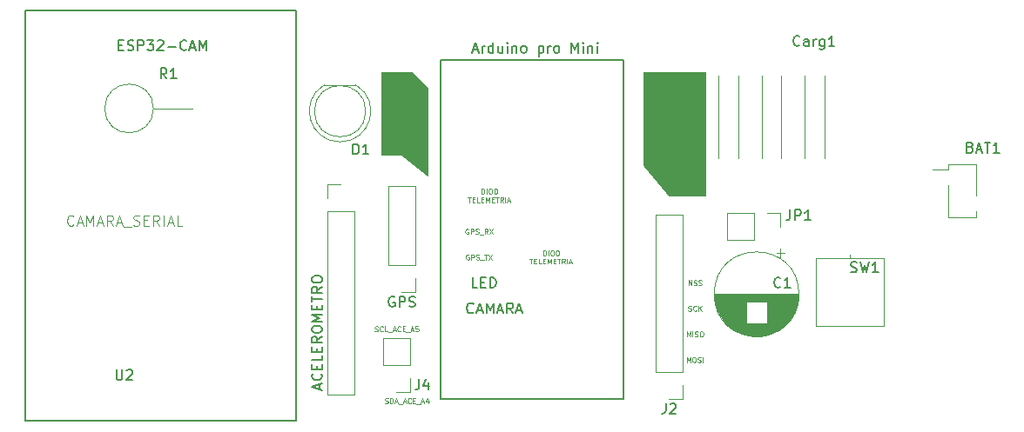
<source format=gbr>
%TF.GenerationSoftware,KiCad,Pcbnew,6.0.4-6f826c9f35~116~ubuntu20.04.1*%
%TF.CreationDate,2022-04-01T16:54:59+02:00*%
%TF.ProjectId,placaCANSAT_V3,706c6163-6143-4414-9e53-41545f56332e,rev?*%
%TF.SameCoordinates,Original*%
%TF.FileFunction,Legend,Top*%
%TF.FilePolarity,Positive*%
%FSLAX46Y46*%
G04 Gerber Fmt 4.6, Leading zero omitted, Abs format (unit mm)*
G04 Created by KiCad (PCBNEW 6.0.4-6f826c9f35~116~ubuntu20.04.1) date 2022-04-01 16:54:59*
%MOMM*%
%LPD*%
G01*
G04 APERTURE LIST*
%ADD10C,0.120000*%
%ADD11C,0.125000*%
%ADD12C,0.150000*%
%ADD13C,0.127000*%
G04 APERTURE END LIST*
D10*
G36*
X46100000Y-5500000D02*
G01*
X46100000Y-14000000D01*
X43600000Y-12000000D01*
X41600000Y-12000000D01*
X41600000Y-4000000D01*
X44600000Y-4000000D01*
X46100000Y-5500000D01*
G37*
X46100000Y-5500000D02*
X46100000Y-14000000D01*
X43600000Y-12000000D01*
X41600000Y-12000000D01*
X41600000Y-4000000D01*
X44600000Y-4000000D01*
X46100000Y-5500000D01*
G36*
X73100000Y-16000000D02*
G01*
X69600000Y-16000000D01*
X67100000Y-13000000D01*
X67100000Y-4000000D01*
X73100000Y-4000000D01*
X73100000Y-16000000D01*
G37*
X73100000Y-16000000D02*
X69600000Y-16000000D01*
X67100000Y-13000000D01*
X67100000Y-4000000D01*
X73100000Y-4000000D01*
X73100000Y-16000000D01*
D11*
X71480952Y-24726190D02*
X71480952Y-24226190D01*
X71766666Y-24726190D01*
X71766666Y-24226190D01*
X71980952Y-24702380D02*
X72052380Y-24726190D01*
X72171428Y-24726190D01*
X72219047Y-24702380D01*
X72242857Y-24678571D01*
X72266666Y-24630952D01*
X72266666Y-24583333D01*
X72242857Y-24535714D01*
X72219047Y-24511904D01*
X72171428Y-24488095D01*
X72076190Y-24464285D01*
X72028571Y-24440476D01*
X72004761Y-24416666D01*
X71980952Y-24369047D01*
X71980952Y-24321428D01*
X72004761Y-24273809D01*
X72028571Y-24250000D01*
X72076190Y-24226190D01*
X72195238Y-24226190D01*
X72266666Y-24250000D01*
X72457142Y-24702380D02*
X72528571Y-24726190D01*
X72647619Y-24726190D01*
X72695238Y-24702380D01*
X72719047Y-24678571D01*
X72742857Y-24630952D01*
X72742857Y-24583333D01*
X72719047Y-24535714D01*
X72695238Y-24511904D01*
X72647619Y-24488095D01*
X72552380Y-24464285D01*
X72504761Y-24440476D01*
X72480952Y-24416666D01*
X72457142Y-24369047D01*
X72457142Y-24321428D01*
X72480952Y-24273809D01*
X72504761Y-24250000D01*
X72552380Y-24226190D01*
X72671428Y-24226190D01*
X72742857Y-24250000D01*
X71314285Y-32226190D02*
X71314285Y-31726190D01*
X71480952Y-32083333D01*
X71647619Y-31726190D01*
X71647619Y-32226190D01*
X71980952Y-31726190D02*
X72076190Y-31726190D01*
X72123809Y-31750000D01*
X72171428Y-31797619D01*
X72195238Y-31892857D01*
X72195238Y-32059523D01*
X72171428Y-32154761D01*
X72123809Y-32202380D01*
X72076190Y-32226190D01*
X71980952Y-32226190D01*
X71933333Y-32202380D01*
X71885714Y-32154761D01*
X71861904Y-32059523D01*
X71861904Y-31892857D01*
X71885714Y-31797619D01*
X71933333Y-31750000D01*
X71980952Y-31726190D01*
X72385714Y-32202380D02*
X72457142Y-32226190D01*
X72576190Y-32226190D01*
X72623809Y-32202380D01*
X72647619Y-32178571D01*
X72671428Y-32130952D01*
X72671428Y-32083333D01*
X72647619Y-32035714D01*
X72623809Y-32011904D01*
X72576190Y-31988095D01*
X72480952Y-31964285D01*
X72433333Y-31940476D01*
X72409523Y-31916666D01*
X72385714Y-31869047D01*
X72385714Y-31821428D01*
X72409523Y-31773809D01*
X72433333Y-31750000D01*
X72480952Y-31726190D01*
X72600000Y-31726190D01*
X72671428Y-31750000D01*
X72885714Y-32226190D02*
X72885714Y-31726190D01*
X50123809Y-21750000D02*
X50076190Y-21726190D01*
X50004761Y-21726190D01*
X49933333Y-21750000D01*
X49885714Y-21797619D01*
X49861904Y-21845238D01*
X49838095Y-21940476D01*
X49838095Y-22011904D01*
X49861904Y-22107142D01*
X49885714Y-22154761D01*
X49933333Y-22202380D01*
X50004761Y-22226190D01*
X50052380Y-22226190D01*
X50123809Y-22202380D01*
X50147619Y-22178571D01*
X50147619Y-22011904D01*
X50052380Y-22011904D01*
X50361904Y-22226190D02*
X50361904Y-21726190D01*
X50552380Y-21726190D01*
X50600000Y-21750000D01*
X50623809Y-21773809D01*
X50647619Y-21821428D01*
X50647619Y-21892857D01*
X50623809Y-21940476D01*
X50600000Y-21964285D01*
X50552380Y-21988095D01*
X50361904Y-21988095D01*
X50838095Y-22202380D02*
X50909523Y-22226190D01*
X51028571Y-22226190D01*
X51076190Y-22202380D01*
X51100000Y-22178571D01*
X51123809Y-22130952D01*
X51123809Y-22083333D01*
X51100000Y-22035714D01*
X51076190Y-22011904D01*
X51028571Y-21988095D01*
X50933333Y-21964285D01*
X50885714Y-21940476D01*
X50861904Y-21916666D01*
X50838095Y-21869047D01*
X50838095Y-21821428D01*
X50861904Y-21773809D01*
X50885714Y-21750000D01*
X50933333Y-21726190D01*
X51052380Y-21726190D01*
X51123809Y-21750000D01*
X51219047Y-22273809D02*
X51600000Y-22273809D01*
X51647619Y-21726190D02*
X51933333Y-21726190D01*
X51790476Y-22226190D02*
X51790476Y-21726190D01*
X52052380Y-21726190D02*
X52385714Y-22226190D01*
X52385714Y-21726190D02*
X52052380Y-22226190D01*
X41969047Y-36202380D02*
X42040476Y-36226190D01*
X42159523Y-36226190D01*
X42207142Y-36202380D01*
X42230952Y-36178571D01*
X42254761Y-36130952D01*
X42254761Y-36083333D01*
X42230952Y-36035714D01*
X42207142Y-36011904D01*
X42159523Y-35988095D01*
X42064285Y-35964285D01*
X42016666Y-35940476D01*
X41992857Y-35916666D01*
X41969047Y-35869047D01*
X41969047Y-35821428D01*
X41992857Y-35773809D01*
X42016666Y-35750000D01*
X42064285Y-35726190D01*
X42183333Y-35726190D01*
X42254761Y-35750000D01*
X42469047Y-36226190D02*
X42469047Y-35726190D01*
X42588095Y-35726190D01*
X42659523Y-35750000D01*
X42707142Y-35797619D01*
X42730952Y-35845238D01*
X42754761Y-35940476D01*
X42754761Y-36011904D01*
X42730952Y-36107142D01*
X42707142Y-36154761D01*
X42659523Y-36202380D01*
X42588095Y-36226190D01*
X42469047Y-36226190D01*
X42945238Y-36083333D02*
X43183333Y-36083333D01*
X42897619Y-36226190D02*
X43064285Y-35726190D01*
X43230952Y-36226190D01*
X43278571Y-36273809D02*
X43659523Y-36273809D01*
X43754761Y-36083333D02*
X43992857Y-36083333D01*
X43707142Y-36226190D02*
X43873809Y-35726190D01*
X44040476Y-36226190D01*
X44492857Y-36178571D02*
X44469047Y-36202380D01*
X44397619Y-36226190D01*
X44350000Y-36226190D01*
X44278571Y-36202380D01*
X44230952Y-36154761D01*
X44207142Y-36107142D01*
X44183333Y-36011904D01*
X44183333Y-35940476D01*
X44207142Y-35845238D01*
X44230952Y-35797619D01*
X44278571Y-35750000D01*
X44350000Y-35726190D01*
X44397619Y-35726190D01*
X44469047Y-35750000D01*
X44492857Y-35773809D01*
X44707142Y-35964285D02*
X44873809Y-35964285D01*
X44945238Y-36226190D02*
X44707142Y-36226190D01*
X44707142Y-35726190D01*
X44945238Y-35726190D01*
X45040476Y-36273809D02*
X45421428Y-36273809D01*
X45516666Y-36083333D02*
X45754761Y-36083333D01*
X45469047Y-36226190D02*
X45635714Y-35726190D01*
X45802380Y-36226190D01*
X46183333Y-35892857D02*
X46183333Y-36226190D01*
X46064285Y-35702380D02*
X45945238Y-36059523D01*
X46254761Y-36059523D01*
D12*
X50552380Y-27357142D02*
X50504761Y-27404761D01*
X50361904Y-27452380D01*
X50266666Y-27452380D01*
X50123809Y-27404761D01*
X50028571Y-27309523D01*
X49980952Y-27214285D01*
X49933333Y-27023809D01*
X49933333Y-26880952D01*
X49980952Y-26690476D01*
X50028571Y-26595238D01*
X50123809Y-26500000D01*
X50266666Y-26452380D01*
X50361904Y-26452380D01*
X50504761Y-26500000D01*
X50552380Y-26547619D01*
X50933333Y-27166666D02*
X51409523Y-27166666D01*
X50838095Y-27452380D02*
X51171428Y-26452380D01*
X51504761Y-27452380D01*
X51838095Y-27452380D02*
X51838095Y-26452380D01*
X52171428Y-27166666D01*
X52504761Y-26452380D01*
X52504761Y-27452380D01*
X52933333Y-27166666D02*
X53409523Y-27166666D01*
X52838095Y-27452380D02*
X53171428Y-26452380D01*
X53504761Y-27452380D01*
X54409523Y-27452380D02*
X54076190Y-26976190D01*
X53838095Y-27452380D02*
X53838095Y-26452380D01*
X54219047Y-26452380D01*
X54314285Y-26500000D01*
X54361904Y-26547619D01*
X54409523Y-26642857D01*
X54409523Y-26785714D01*
X54361904Y-26880952D01*
X54314285Y-26928571D01*
X54219047Y-26976190D01*
X53838095Y-26976190D01*
X54790476Y-27166666D02*
X55266666Y-27166666D01*
X54695238Y-27452380D02*
X55028571Y-26452380D01*
X55361904Y-27452380D01*
D11*
X57350000Y-21823690D02*
X57350000Y-21323690D01*
X57469047Y-21323690D01*
X57540476Y-21347500D01*
X57588095Y-21395119D01*
X57611904Y-21442738D01*
X57635714Y-21537976D01*
X57635714Y-21609404D01*
X57611904Y-21704642D01*
X57588095Y-21752261D01*
X57540476Y-21799880D01*
X57469047Y-21823690D01*
X57350000Y-21823690D01*
X57850000Y-21823690D02*
X57850000Y-21323690D01*
X58183333Y-21323690D02*
X58278571Y-21323690D01*
X58326190Y-21347500D01*
X58373809Y-21395119D01*
X58397619Y-21490357D01*
X58397619Y-21657023D01*
X58373809Y-21752261D01*
X58326190Y-21799880D01*
X58278571Y-21823690D01*
X58183333Y-21823690D01*
X58135714Y-21799880D01*
X58088095Y-21752261D01*
X58064285Y-21657023D01*
X58064285Y-21490357D01*
X58088095Y-21395119D01*
X58135714Y-21347500D01*
X58183333Y-21323690D01*
X58707142Y-21323690D02*
X58754761Y-21323690D01*
X58802380Y-21347500D01*
X58826190Y-21371309D01*
X58850000Y-21418928D01*
X58873809Y-21514166D01*
X58873809Y-21633214D01*
X58850000Y-21728452D01*
X58826190Y-21776071D01*
X58802380Y-21799880D01*
X58754761Y-21823690D01*
X58707142Y-21823690D01*
X58659523Y-21799880D01*
X58635714Y-21776071D01*
X58611904Y-21728452D01*
X58588095Y-21633214D01*
X58588095Y-21514166D01*
X58611904Y-21418928D01*
X58635714Y-21371309D01*
X58659523Y-21347500D01*
X58707142Y-21323690D01*
X56016666Y-22128690D02*
X56302380Y-22128690D01*
X56159523Y-22628690D02*
X56159523Y-22128690D01*
X56469047Y-22366785D02*
X56635714Y-22366785D01*
X56707142Y-22628690D02*
X56469047Y-22628690D01*
X56469047Y-22128690D01*
X56707142Y-22128690D01*
X57159523Y-22628690D02*
X56921428Y-22628690D01*
X56921428Y-22128690D01*
X57326190Y-22366785D02*
X57492857Y-22366785D01*
X57564285Y-22628690D02*
X57326190Y-22628690D01*
X57326190Y-22128690D01*
X57564285Y-22128690D01*
X57778571Y-22628690D02*
X57778571Y-22128690D01*
X57945238Y-22485833D01*
X58111904Y-22128690D01*
X58111904Y-22628690D01*
X58350000Y-22366785D02*
X58516666Y-22366785D01*
X58588095Y-22628690D02*
X58350000Y-22628690D01*
X58350000Y-22128690D01*
X58588095Y-22128690D01*
X58730952Y-22128690D02*
X59016666Y-22128690D01*
X58873809Y-22628690D02*
X58873809Y-22128690D01*
X59469047Y-22628690D02*
X59302380Y-22390595D01*
X59183333Y-22628690D02*
X59183333Y-22128690D01*
X59373809Y-22128690D01*
X59421428Y-22152500D01*
X59445238Y-22176309D01*
X59469047Y-22223928D01*
X59469047Y-22295357D01*
X59445238Y-22342976D01*
X59421428Y-22366785D01*
X59373809Y-22390595D01*
X59183333Y-22390595D01*
X59683333Y-22628690D02*
X59683333Y-22128690D01*
X59897619Y-22485833D02*
X60135714Y-22485833D01*
X59850000Y-22628690D02*
X60016666Y-22128690D01*
X60183333Y-22628690D01*
D12*
X50957142Y-24952380D02*
X50480952Y-24952380D01*
X50480952Y-23952380D01*
X51290476Y-24428571D02*
X51623809Y-24428571D01*
X51766666Y-24952380D02*
X51290476Y-24952380D01*
X51290476Y-23952380D01*
X51766666Y-23952380D01*
X52195238Y-24952380D02*
X52195238Y-23952380D01*
X52433333Y-23952380D01*
X52576190Y-24000000D01*
X52671428Y-24095238D01*
X52719047Y-24190476D01*
X52766666Y-24380952D01*
X52766666Y-24523809D01*
X52719047Y-24714285D01*
X52671428Y-24809523D01*
X52576190Y-24904761D01*
X52433333Y-24952380D01*
X52195238Y-24952380D01*
D11*
X40980952Y-29202380D02*
X41052380Y-29226190D01*
X41171428Y-29226190D01*
X41219047Y-29202380D01*
X41242857Y-29178571D01*
X41266666Y-29130952D01*
X41266666Y-29083333D01*
X41242857Y-29035714D01*
X41219047Y-29011904D01*
X41171428Y-28988095D01*
X41076190Y-28964285D01*
X41028571Y-28940476D01*
X41004761Y-28916666D01*
X40980952Y-28869047D01*
X40980952Y-28821428D01*
X41004761Y-28773809D01*
X41028571Y-28750000D01*
X41076190Y-28726190D01*
X41195238Y-28726190D01*
X41266666Y-28750000D01*
X41766666Y-29178571D02*
X41742857Y-29202380D01*
X41671428Y-29226190D01*
X41623809Y-29226190D01*
X41552380Y-29202380D01*
X41504761Y-29154761D01*
X41480952Y-29107142D01*
X41457142Y-29011904D01*
X41457142Y-28940476D01*
X41480952Y-28845238D01*
X41504761Y-28797619D01*
X41552380Y-28750000D01*
X41623809Y-28726190D01*
X41671428Y-28726190D01*
X41742857Y-28750000D01*
X41766666Y-28773809D01*
X42219047Y-29226190D02*
X41980952Y-29226190D01*
X41980952Y-28726190D01*
X42266666Y-29273809D02*
X42647619Y-29273809D01*
X42742857Y-29083333D02*
X42980952Y-29083333D01*
X42695238Y-29226190D02*
X42861904Y-28726190D01*
X43028571Y-29226190D01*
X43480952Y-29178571D02*
X43457142Y-29202380D01*
X43385714Y-29226190D01*
X43338095Y-29226190D01*
X43266666Y-29202380D01*
X43219047Y-29154761D01*
X43195238Y-29107142D01*
X43171428Y-29011904D01*
X43171428Y-28940476D01*
X43195238Y-28845238D01*
X43219047Y-28797619D01*
X43266666Y-28750000D01*
X43338095Y-28726190D01*
X43385714Y-28726190D01*
X43457142Y-28750000D01*
X43480952Y-28773809D01*
X43695238Y-28964285D02*
X43861904Y-28964285D01*
X43933333Y-29226190D02*
X43695238Y-29226190D01*
X43695238Y-28726190D01*
X43933333Y-28726190D01*
X44028571Y-29273809D02*
X44409523Y-29273809D01*
X44504761Y-29083333D02*
X44742857Y-29083333D01*
X44457142Y-29226190D02*
X44623809Y-28726190D01*
X44790476Y-29226190D01*
X45195238Y-28726190D02*
X44957142Y-28726190D01*
X44933333Y-28964285D01*
X44957142Y-28940476D01*
X45004761Y-28916666D01*
X45123809Y-28916666D01*
X45171428Y-28940476D01*
X45195238Y-28964285D01*
X45219047Y-29011904D01*
X45219047Y-29130952D01*
X45195238Y-29178571D01*
X45171428Y-29202380D01*
X45123809Y-29226190D01*
X45004761Y-29226190D01*
X44957142Y-29202380D01*
X44933333Y-29178571D01*
X51350000Y-15823690D02*
X51350000Y-15323690D01*
X51469047Y-15323690D01*
X51540476Y-15347500D01*
X51588095Y-15395119D01*
X51611904Y-15442738D01*
X51635714Y-15537976D01*
X51635714Y-15609404D01*
X51611904Y-15704642D01*
X51588095Y-15752261D01*
X51540476Y-15799880D01*
X51469047Y-15823690D01*
X51350000Y-15823690D01*
X51850000Y-15823690D02*
X51850000Y-15323690D01*
X52183333Y-15323690D02*
X52278571Y-15323690D01*
X52326190Y-15347500D01*
X52373809Y-15395119D01*
X52397619Y-15490357D01*
X52397619Y-15657023D01*
X52373809Y-15752261D01*
X52326190Y-15799880D01*
X52278571Y-15823690D01*
X52183333Y-15823690D01*
X52135714Y-15799880D01*
X52088095Y-15752261D01*
X52064285Y-15657023D01*
X52064285Y-15490357D01*
X52088095Y-15395119D01*
X52135714Y-15347500D01*
X52183333Y-15323690D01*
X52707142Y-15323690D02*
X52754761Y-15323690D01*
X52802380Y-15347500D01*
X52826190Y-15371309D01*
X52850000Y-15418928D01*
X52873809Y-15514166D01*
X52873809Y-15633214D01*
X52850000Y-15728452D01*
X52826190Y-15776071D01*
X52802380Y-15799880D01*
X52754761Y-15823690D01*
X52707142Y-15823690D01*
X52659523Y-15799880D01*
X52635714Y-15776071D01*
X52611904Y-15728452D01*
X52588095Y-15633214D01*
X52588095Y-15514166D01*
X52611904Y-15418928D01*
X52635714Y-15371309D01*
X52659523Y-15347500D01*
X52707142Y-15323690D01*
X50016666Y-16128690D02*
X50302380Y-16128690D01*
X50159523Y-16628690D02*
X50159523Y-16128690D01*
X50469047Y-16366785D02*
X50635714Y-16366785D01*
X50707142Y-16628690D02*
X50469047Y-16628690D01*
X50469047Y-16128690D01*
X50707142Y-16128690D01*
X51159523Y-16628690D02*
X50921428Y-16628690D01*
X50921428Y-16128690D01*
X51326190Y-16366785D02*
X51492857Y-16366785D01*
X51564285Y-16628690D02*
X51326190Y-16628690D01*
X51326190Y-16128690D01*
X51564285Y-16128690D01*
X51778571Y-16628690D02*
X51778571Y-16128690D01*
X51945238Y-16485833D01*
X52111904Y-16128690D01*
X52111904Y-16628690D01*
X52350000Y-16366785D02*
X52516666Y-16366785D01*
X52588095Y-16628690D02*
X52350000Y-16628690D01*
X52350000Y-16128690D01*
X52588095Y-16128690D01*
X52730952Y-16128690D02*
X53016666Y-16128690D01*
X52873809Y-16628690D02*
X52873809Y-16128690D01*
X53469047Y-16628690D02*
X53302380Y-16390595D01*
X53183333Y-16628690D02*
X53183333Y-16128690D01*
X53373809Y-16128690D01*
X53421428Y-16152500D01*
X53445238Y-16176309D01*
X53469047Y-16223928D01*
X53469047Y-16295357D01*
X53445238Y-16342976D01*
X53421428Y-16366785D01*
X53373809Y-16390595D01*
X53183333Y-16390595D01*
X53683333Y-16628690D02*
X53683333Y-16128690D01*
X53897619Y-16485833D02*
X54135714Y-16485833D01*
X53850000Y-16628690D02*
X54016666Y-16128690D01*
X54183333Y-16628690D01*
X71314285Y-29726190D02*
X71314285Y-29226190D01*
X71480952Y-29583333D01*
X71647619Y-29226190D01*
X71647619Y-29726190D01*
X71885714Y-29726190D02*
X71885714Y-29226190D01*
X72100000Y-29702380D02*
X72171428Y-29726190D01*
X72290476Y-29726190D01*
X72338095Y-29702380D01*
X72361904Y-29678571D01*
X72385714Y-29630952D01*
X72385714Y-29583333D01*
X72361904Y-29535714D01*
X72338095Y-29511904D01*
X72290476Y-29488095D01*
X72195238Y-29464285D01*
X72147619Y-29440476D01*
X72123809Y-29416666D01*
X72100000Y-29369047D01*
X72100000Y-29321428D01*
X72123809Y-29273809D01*
X72147619Y-29250000D01*
X72195238Y-29226190D01*
X72314285Y-29226190D01*
X72385714Y-29250000D01*
X72695238Y-29226190D02*
X72790476Y-29226190D01*
X72838095Y-29250000D01*
X72885714Y-29297619D01*
X72909523Y-29392857D01*
X72909523Y-29559523D01*
X72885714Y-29654761D01*
X72838095Y-29702380D01*
X72790476Y-29726190D01*
X72695238Y-29726190D01*
X72647619Y-29702380D01*
X72600000Y-29654761D01*
X72576190Y-29559523D01*
X72576190Y-29392857D01*
X72600000Y-29297619D01*
X72647619Y-29250000D01*
X72695238Y-29226190D01*
X11671428Y-18822670D02*
X11623809Y-18870289D01*
X11480952Y-18917908D01*
X11385714Y-18917908D01*
X11242857Y-18870289D01*
X11147619Y-18775051D01*
X11100000Y-18679813D01*
X11052380Y-18489337D01*
X11052380Y-18346480D01*
X11100000Y-18156004D01*
X11147619Y-18060766D01*
X11242857Y-17965528D01*
X11385714Y-17917908D01*
X11480952Y-17917908D01*
X11623809Y-17965528D01*
X11671428Y-18013147D01*
X12052380Y-18632194D02*
X12528571Y-18632194D01*
X11957142Y-18917908D02*
X12290476Y-17917908D01*
X12623809Y-18917908D01*
X12957142Y-18917908D02*
X12957142Y-17917908D01*
X13290476Y-18632194D01*
X13623809Y-17917908D01*
X13623809Y-18917908D01*
X14052380Y-18632194D02*
X14528571Y-18632194D01*
X13957142Y-18917908D02*
X14290476Y-17917908D01*
X14623809Y-18917908D01*
X15528571Y-18917908D02*
X15195238Y-18441718D01*
X14957142Y-18917908D02*
X14957142Y-17917908D01*
X15338095Y-17917908D01*
X15433333Y-17965528D01*
X15480952Y-18013147D01*
X15528571Y-18108385D01*
X15528571Y-18251242D01*
X15480952Y-18346480D01*
X15433333Y-18394099D01*
X15338095Y-18441718D01*
X14957142Y-18441718D01*
X15909523Y-18632194D02*
X16385714Y-18632194D01*
X15814285Y-18917908D02*
X16147619Y-17917908D01*
X16480952Y-18917908D01*
X16576190Y-19013147D02*
X17338095Y-19013147D01*
X17528571Y-18870289D02*
X17671428Y-18917908D01*
X17909523Y-18917908D01*
X18004761Y-18870289D01*
X18052380Y-18822670D01*
X18100000Y-18727432D01*
X18100000Y-18632194D01*
X18052380Y-18536956D01*
X18004761Y-18489337D01*
X17909523Y-18441718D01*
X17719047Y-18394099D01*
X17623809Y-18346480D01*
X17576190Y-18298861D01*
X17528571Y-18203623D01*
X17528571Y-18108385D01*
X17576190Y-18013147D01*
X17623809Y-17965528D01*
X17719047Y-17917908D01*
X17957142Y-17917908D01*
X18100000Y-17965528D01*
X18528571Y-18394099D02*
X18861904Y-18394099D01*
X19004761Y-18917908D02*
X18528571Y-18917908D01*
X18528571Y-17917908D01*
X19004761Y-17917908D01*
X20004761Y-18917908D02*
X19671428Y-18441718D01*
X19433333Y-18917908D02*
X19433333Y-17917908D01*
X19814285Y-17917908D01*
X19909523Y-17965528D01*
X19957142Y-18013147D01*
X20004761Y-18108385D01*
X20004761Y-18251242D01*
X19957142Y-18346480D01*
X19909523Y-18394099D01*
X19814285Y-18441718D01*
X19433333Y-18441718D01*
X20433333Y-18917908D02*
X20433333Y-17917908D01*
X20861904Y-18632194D02*
X21338095Y-18632194D01*
X20766666Y-18917908D02*
X21100000Y-17917908D01*
X21433333Y-18917908D01*
X22242857Y-18917908D02*
X21766666Y-18917908D01*
X21766666Y-17917908D01*
X50064285Y-19250000D02*
X50016666Y-19226190D01*
X49945238Y-19226190D01*
X49873809Y-19250000D01*
X49826190Y-19297619D01*
X49802380Y-19345238D01*
X49778571Y-19440476D01*
X49778571Y-19511904D01*
X49802380Y-19607142D01*
X49826190Y-19654761D01*
X49873809Y-19702380D01*
X49945238Y-19726190D01*
X49992857Y-19726190D01*
X50064285Y-19702380D01*
X50088095Y-19678571D01*
X50088095Y-19511904D01*
X49992857Y-19511904D01*
X50302380Y-19726190D02*
X50302380Y-19226190D01*
X50492857Y-19226190D01*
X50540476Y-19250000D01*
X50564285Y-19273809D01*
X50588095Y-19321428D01*
X50588095Y-19392857D01*
X50564285Y-19440476D01*
X50540476Y-19464285D01*
X50492857Y-19488095D01*
X50302380Y-19488095D01*
X50778571Y-19702380D02*
X50850000Y-19726190D01*
X50969047Y-19726190D01*
X51016666Y-19702380D01*
X51040476Y-19678571D01*
X51064285Y-19630952D01*
X51064285Y-19583333D01*
X51040476Y-19535714D01*
X51016666Y-19511904D01*
X50969047Y-19488095D01*
X50873809Y-19464285D01*
X50826190Y-19440476D01*
X50802380Y-19416666D01*
X50778571Y-19369047D01*
X50778571Y-19321428D01*
X50802380Y-19273809D01*
X50826190Y-19250000D01*
X50873809Y-19226190D01*
X50992857Y-19226190D01*
X51064285Y-19250000D01*
X51159523Y-19773809D02*
X51540476Y-19773809D01*
X51945238Y-19726190D02*
X51778571Y-19488095D01*
X51659523Y-19726190D02*
X51659523Y-19226190D01*
X51850000Y-19226190D01*
X51897619Y-19250000D01*
X51921428Y-19273809D01*
X51945238Y-19321428D01*
X51945238Y-19392857D01*
X51921428Y-19440476D01*
X51897619Y-19464285D01*
X51850000Y-19488095D01*
X51659523Y-19488095D01*
X52111904Y-19226190D02*
X52445238Y-19726190D01*
X52445238Y-19226190D02*
X52111904Y-19726190D01*
X71457142Y-27202380D02*
X71528571Y-27226190D01*
X71647619Y-27226190D01*
X71695238Y-27202380D01*
X71719047Y-27178571D01*
X71742857Y-27130952D01*
X71742857Y-27083333D01*
X71719047Y-27035714D01*
X71695238Y-27011904D01*
X71647619Y-26988095D01*
X71552380Y-26964285D01*
X71504761Y-26940476D01*
X71480952Y-26916666D01*
X71457142Y-26869047D01*
X71457142Y-26821428D01*
X71480952Y-26773809D01*
X71504761Y-26750000D01*
X71552380Y-26726190D01*
X71671428Y-26726190D01*
X71742857Y-26750000D01*
X72242857Y-27178571D02*
X72219047Y-27202380D01*
X72147619Y-27226190D01*
X72100000Y-27226190D01*
X72028571Y-27202380D01*
X71980952Y-27154761D01*
X71957142Y-27107142D01*
X71933333Y-27011904D01*
X71933333Y-26940476D01*
X71957142Y-26845238D01*
X71980952Y-26797619D01*
X72028571Y-26750000D01*
X72100000Y-26726190D01*
X72147619Y-26726190D01*
X72219047Y-26750000D01*
X72242857Y-26773809D01*
X72457142Y-27226190D02*
X72457142Y-26726190D01*
X72742857Y-27226190D02*
X72528571Y-26940476D01*
X72742857Y-26726190D02*
X72457142Y-27011904D01*
D12*
%TO.C,D1*%
X38861904Y-11952380D02*
X38861904Y-10952380D01*
X39100000Y-10952380D01*
X39242857Y-11000000D01*
X39338095Y-11095238D01*
X39385714Y-11190476D01*
X39433333Y-11380952D01*
X39433333Y-11523809D01*
X39385714Y-11714285D01*
X39338095Y-11809523D01*
X39242857Y-11904761D01*
X39100000Y-11952380D01*
X38861904Y-11952380D01*
X40385714Y-11952380D02*
X39814285Y-11952380D01*
X40100000Y-11952380D02*
X40100000Y-10952380D01*
X40004761Y-11095238D01*
X39909523Y-11190476D01*
X39814285Y-11238095D01*
%TO.C,JP1*%
X81366654Y-17372321D02*
X81366654Y-18086607D01*
X81319035Y-18229464D01*
X81223797Y-18324702D01*
X81080940Y-18372321D01*
X80985702Y-18372321D01*
X81842845Y-18372321D02*
X81842845Y-17372321D01*
X82223797Y-17372321D01*
X82319035Y-17419941D01*
X82366654Y-17467560D01*
X82414273Y-17562798D01*
X82414273Y-17705655D01*
X82366654Y-17800893D01*
X82319035Y-17848512D01*
X82223797Y-17896131D01*
X81842845Y-17896131D01*
X83366654Y-18372321D02*
X82795226Y-18372321D01*
X83080940Y-18372321D02*
X83080940Y-17372321D01*
X82985702Y-17515179D01*
X82890464Y-17610417D01*
X82795226Y-17658036D01*
%TO.C,U2*%
X15838095Y-32952380D02*
X15838095Y-33761904D01*
X15885714Y-33857142D01*
X15933333Y-33904761D01*
X16028571Y-33952380D01*
X16219047Y-33952380D01*
X16314285Y-33904761D01*
X16361904Y-33857142D01*
X16409523Y-33761904D01*
X16409523Y-32952380D01*
X16838095Y-33047619D02*
X16885714Y-33000000D01*
X16980952Y-32952380D01*
X17219047Y-32952380D01*
X17314285Y-33000000D01*
X17361904Y-33047619D01*
X17409523Y-33142857D01*
X17409523Y-33238095D01*
X17361904Y-33380952D01*
X16790476Y-33952380D01*
X17409523Y-33952380D01*
X16087577Y-1327692D02*
X16420910Y-1327692D01*
X16563767Y-1851501D02*
X16087577Y-1851501D01*
X16087577Y-851501D01*
X16563767Y-851501D01*
X16944720Y-1803882D02*
X17087577Y-1851501D01*
X17325672Y-1851501D01*
X17420910Y-1803882D01*
X17468529Y-1756263D01*
X17516148Y-1661025D01*
X17516148Y-1565787D01*
X17468529Y-1470549D01*
X17420910Y-1422930D01*
X17325672Y-1375311D01*
X17135196Y-1327692D01*
X17039958Y-1280073D01*
X16992339Y-1232454D01*
X16944720Y-1137216D01*
X16944720Y-1041978D01*
X16992339Y-946740D01*
X17039958Y-899121D01*
X17135196Y-851501D01*
X17373291Y-851501D01*
X17516148Y-899121D01*
X17944720Y-1851501D02*
X17944720Y-851501D01*
X18325672Y-851501D01*
X18420910Y-899121D01*
X18468529Y-946740D01*
X18516148Y-1041978D01*
X18516148Y-1184835D01*
X18468529Y-1280073D01*
X18420910Y-1327692D01*
X18325672Y-1375311D01*
X17944720Y-1375311D01*
X18849482Y-851501D02*
X19468529Y-851501D01*
X19135196Y-1232454D01*
X19278053Y-1232454D01*
X19373291Y-1280073D01*
X19420910Y-1327692D01*
X19468529Y-1422930D01*
X19468529Y-1661025D01*
X19420910Y-1756263D01*
X19373291Y-1803882D01*
X19278053Y-1851501D01*
X18992339Y-1851501D01*
X18897101Y-1803882D01*
X18849482Y-1756263D01*
X19849482Y-946740D02*
X19897101Y-899121D01*
X19992339Y-851501D01*
X20230434Y-851501D01*
X20325672Y-899121D01*
X20373291Y-946740D01*
X20420910Y-1041978D01*
X20420910Y-1137216D01*
X20373291Y-1280073D01*
X19801862Y-1851501D01*
X20420910Y-1851501D01*
X20849482Y-1470549D02*
X21611386Y-1470549D01*
X22659005Y-1756263D02*
X22611386Y-1803882D01*
X22468529Y-1851501D01*
X22373291Y-1851501D01*
X22230434Y-1803882D01*
X22135196Y-1708644D01*
X22087577Y-1613406D01*
X22039958Y-1422930D01*
X22039958Y-1280073D01*
X22087577Y-1089597D01*
X22135196Y-994359D01*
X22230434Y-899121D01*
X22373291Y-851501D01*
X22468529Y-851501D01*
X22611386Y-899121D01*
X22659005Y-946740D01*
X23039958Y-1565787D02*
X23516148Y-1565787D01*
X22944720Y-1851501D02*
X23278053Y-851501D01*
X23611386Y-1851501D01*
X23944720Y-1851501D02*
X23944720Y-851501D01*
X24278053Y-1565787D01*
X24611386Y-851501D01*
X24611386Y-1851501D01*
%TO.C,R1*%
X20728333Y-4582380D02*
X20395000Y-4106190D01*
X20156904Y-4582380D02*
X20156904Y-3582380D01*
X20537857Y-3582380D01*
X20633095Y-3630000D01*
X20680714Y-3677619D01*
X20728333Y-3772857D01*
X20728333Y-3915714D01*
X20680714Y-4010952D01*
X20633095Y-4058571D01*
X20537857Y-4106190D01*
X20156904Y-4106190D01*
X21680714Y-4582380D02*
X21109285Y-4582380D01*
X21395000Y-4582380D02*
X21395000Y-3582380D01*
X21299761Y-3725238D01*
X21204523Y-3820476D01*
X21109285Y-3868095D01*
%TO.C,J4*%
X45266666Y-33892380D02*
X45266666Y-34606666D01*
X45219047Y-34749523D01*
X45123809Y-34844761D01*
X44980952Y-34892380D01*
X44885714Y-34892380D01*
X46171428Y-34225714D02*
X46171428Y-34892380D01*
X45933333Y-33844761D02*
X45695238Y-34559047D01*
X46314285Y-34559047D01*
%TO.C,C1*%
X80433333Y-24857142D02*
X80385714Y-24904761D01*
X80242857Y-24952380D01*
X80147619Y-24952380D01*
X80004761Y-24904761D01*
X79909523Y-24809523D01*
X79861904Y-24714285D01*
X79814285Y-24523809D01*
X79814285Y-24380952D01*
X79861904Y-24190476D01*
X79909523Y-24095238D01*
X80004761Y-24000000D01*
X80147619Y-23952380D01*
X80242857Y-23952380D01*
X80385714Y-24000000D01*
X80433333Y-24047619D01*
X81385714Y-24952380D02*
X80814285Y-24952380D01*
X81100000Y-24952380D02*
X81100000Y-23952380D01*
X81004761Y-24095238D01*
X80909523Y-24190476D01*
X80814285Y-24238095D01*
%TO.C,SW1*%
X87266666Y-23404761D02*
X87409523Y-23452380D01*
X87647619Y-23452380D01*
X87742857Y-23404761D01*
X87790476Y-23357142D01*
X87838095Y-23261904D01*
X87838095Y-23166666D01*
X87790476Y-23071428D01*
X87742857Y-23023809D01*
X87647619Y-22976190D01*
X87457142Y-22928571D01*
X87361904Y-22880952D01*
X87314285Y-22833333D01*
X87266666Y-22738095D01*
X87266666Y-22642857D01*
X87314285Y-22547619D01*
X87361904Y-22500000D01*
X87457142Y-22452380D01*
X87695238Y-22452380D01*
X87838095Y-22500000D01*
X88171428Y-22452380D02*
X88409523Y-23452380D01*
X88600000Y-22738095D01*
X88790476Y-23452380D01*
X89028571Y-22452380D01*
X89933333Y-23452380D02*
X89361904Y-23452380D01*
X89647619Y-23452380D02*
X89647619Y-22452380D01*
X89552380Y-22595238D01*
X89457142Y-22690476D01*
X89361904Y-22738095D01*
%TO.C,BAT1*%
X98880104Y-11279253D02*
X99022961Y-11326872D01*
X99070580Y-11374491D01*
X99118199Y-11469729D01*
X99118199Y-11612586D01*
X99070580Y-11707824D01*
X99022961Y-11755443D01*
X98927723Y-11803062D01*
X98546770Y-11803062D01*
X98546770Y-10803062D01*
X98880104Y-10803062D01*
X98975342Y-10850682D01*
X99022961Y-10898301D01*
X99070580Y-10993539D01*
X99070580Y-11088777D01*
X99022961Y-11184015D01*
X98975342Y-11231634D01*
X98880104Y-11279253D01*
X98546770Y-11279253D01*
X99499151Y-11517348D02*
X99975342Y-11517348D01*
X99403913Y-11803062D02*
X99737247Y-10803062D01*
X100070580Y-11803062D01*
X100261056Y-10803062D02*
X100832485Y-10803062D01*
X100546770Y-11803062D02*
X100546770Y-10803062D01*
X101689628Y-11803062D02*
X101118199Y-11803062D01*
X101403913Y-11803062D02*
X101403913Y-10803062D01*
X101308675Y-10945920D01*
X101213437Y-11041158D01*
X101118199Y-11088777D01*
%TO.C,J2*%
X69266666Y-36224856D02*
X69266666Y-36939142D01*
X69219047Y-37081999D01*
X69123809Y-37177237D01*
X68980952Y-37224856D01*
X68885714Y-37224856D01*
X69695238Y-36320095D02*
X69742857Y-36272476D01*
X69838095Y-36224856D01*
X70076190Y-36224856D01*
X70171428Y-36272476D01*
X70219047Y-36320095D01*
X70266666Y-36415333D01*
X70266666Y-36510571D01*
X70219047Y-36653428D01*
X69647619Y-37224856D01*
X70266666Y-37224856D01*
%TO.C,ACELEROMETRO*%
X35566688Y-34820150D02*
X35566688Y-34343959D01*
X35852402Y-34915388D02*
X34852402Y-34582054D01*
X35852402Y-34248721D01*
X35757164Y-33343959D02*
X35804783Y-33391578D01*
X35852402Y-33534435D01*
X35852402Y-33629673D01*
X35804783Y-33772530D01*
X35709545Y-33867769D01*
X35614307Y-33915388D01*
X35423831Y-33963007D01*
X35280974Y-33963007D01*
X35090498Y-33915388D01*
X34995260Y-33867769D01*
X34900022Y-33772530D01*
X34852402Y-33629673D01*
X34852402Y-33534435D01*
X34900022Y-33391578D01*
X34947641Y-33343959D01*
X35328593Y-32915388D02*
X35328593Y-32582054D01*
X35852402Y-32439197D02*
X35852402Y-32915388D01*
X34852402Y-32915388D01*
X34852402Y-32439197D01*
X35852402Y-31534435D02*
X35852402Y-32010626D01*
X34852402Y-32010626D01*
X35328593Y-31201102D02*
X35328593Y-30867769D01*
X35852402Y-30724911D02*
X35852402Y-31201102D01*
X34852402Y-31201102D01*
X34852402Y-30724911D01*
X35852402Y-29724911D02*
X35376212Y-30058245D01*
X35852402Y-30296340D02*
X34852402Y-30296340D01*
X34852402Y-29915388D01*
X34900022Y-29820150D01*
X34947641Y-29772530D01*
X35042879Y-29724911D01*
X35185736Y-29724911D01*
X35280974Y-29772530D01*
X35328593Y-29820150D01*
X35376212Y-29915388D01*
X35376212Y-30296340D01*
X34852402Y-29105864D02*
X34852402Y-28915388D01*
X34900022Y-28820150D01*
X34995260Y-28724911D01*
X35185736Y-28677292D01*
X35519069Y-28677292D01*
X35709545Y-28724911D01*
X35804783Y-28820150D01*
X35852402Y-28915388D01*
X35852402Y-29105864D01*
X35804783Y-29201102D01*
X35709545Y-29296340D01*
X35519069Y-29343959D01*
X35185736Y-29343959D01*
X34995260Y-29296340D01*
X34900022Y-29201102D01*
X34852402Y-29105864D01*
X35852402Y-28248721D02*
X34852402Y-28248721D01*
X35566688Y-27915388D01*
X34852402Y-27582054D01*
X35852402Y-27582054D01*
X35328593Y-27105864D02*
X35328593Y-26772530D01*
X35852402Y-26629673D02*
X35852402Y-27105864D01*
X34852402Y-27105864D01*
X34852402Y-26629673D01*
X34852402Y-26343959D02*
X34852402Y-25772530D01*
X35852402Y-26058245D02*
X34852402Y-26058245D01*
X35852402Y-24867769D02*
X35376212Y-25201102D01*
X35852402Y-25439197D02*
X34852402Y-25439197D01*
X34852402Y-25058245D01*
X34900022Y-24963007D01*
X34947641Y-24915388D01*
X35042879Y-24867769D01*
X35185736Y-24867769D01*
X35280974Y-24915388D01*
X35328593Y-24963007D01*
X35376212Y-25058245D01*
X35376212Y-25439197D01*
X34852402Y-24248721D02*
X34852402Y-24058245D01*
X34900022Y-23963007D01*
X34995260Y-23867769D01*
X35185736Y-23820150D01*
X35519069Y-23820150D01*
X35709545Y-23867769D01*
X35804783Y-23963007D01*
X35852402Y-24058245D01*
X35852402Y-24248721D01*
X35804783Y-24343959D01*
X35709545Y-24439197D01*
X35519069Y-24486816D01*
X35185736Y-24486816D01*
X34995260Y-24439197D01*
X34900022Y-24343959D01*
X34852402Y-24248721D01*
%TO.C,GPS*%
X42885714Y-25870000D02*
X42790476Y-25822380D01*
X42647619Y-25822380D01*
X42504761Y-25870000D01*
X42409523Y-25965238D01*
X42361904Y-26060476D01*
X42314285Y-26250952D01*
X42314285Y-26393809D01*
X42361904Y-26584285D01*
X42409523Y-26679523D01*
X42504761Y-26774761D01*
X42647619Y-26822380D01*
X42742857Y-26822380D01*
X42885714Y-26774761D01*
X42933333Y-26727142D01*
X42933333Y-26393809D01*
X42742857Y-26393809D01*
X43361904Y-26822380D02*
X43361904Y-25822380D01*
X43742857Y-25822380D01*
X43838095Y-25870000D01*
X43885714Y-25917619D01*
X43933333Y-26012857D01*
X43933333Y-26155714D01*
X43885714Y-26250952D01*
X43838095Y-26298571D01*
X43742857Y-26346190D01*
X43361904Y-26346190D01*
X44314285Y-26774761D02*
X44457142Y-26822380D01*
X44695238Y-26822380D01*
X44790476Y-26774761D01*
X44838095Y-26727142D01*
X44885714Y-26631904D01*
X44885714Y-26536666D01*
X44838095Y-26441428D01*
X44790476Y-26393809D01*
X44695238Y-26346190D01*
X44504761Y-26298571D01*
X44409523Y-26250952D01*
X44361904Y-26203333D01*
X44314285Y-26108095D01*
X44314285Y-26012857D01*
X44361904Y-25917619D01*
X44409523Y-25870000D01*
X44504761Y-25822380D01*
X44742857Y-25822380D01*
X44885714Y-25870000D01*
%TO.C,Arduino pro Mini*%
X50528571Y-1786263D02*
X51004761Y-1786263D01*
X50433333Y-2071977D02*
X50766666Y-1071977D01*
X51100000Y-2071977D01*
X51433333Y-2071977D02*
X51433333Y-1405311D01*
X51433333Y-1595787D02*
X51480952Y-1500549D01*
X51528571Y-1452930D01*
X51623809Y-1405311D01*
X51719047Y-1405311D01*
X52480952Y-2071977D02*
X52480952Y-1071977D01*
X52480952Y-2024358D02*
X52385714Y-2071977D01*
X52195238Y-2071977D01*
X52100000Y-2024358D01*
X52052380Y-1976739D01*
X52004761Y-1881501D01*
X52004761Y-1595787D01*
X52052380Y-1500549D01*
X52100000Y-1452930D01*
X52195238Y-1405311D01*
X52385714Y-1405311D01*
X52480952Y-1452930D01*
X53385714Y-1405311D02*
X53385714Y-2071977D01*
X52957142Y-1405311D02*
X52957142Y-1929120D01*
X53004761Y-2024358D01*
X53100000Y-2071977D01*
X53242857Y-2071977D01*
X53338095Y-2024358D01*
X53385714Y-1976739D01*
X53861904Y-2071977D02*
X53861904Y-1405311D01*
X53861904Y-1071977D02*
X53814285Y-1119597D01*
X53861904Y-1167216D01*
X53909523Y-1119597D01*
X53861904Y-1071977D01*
X53861904Y-1167216D01*
X54338095Y-1405311D02*
X54338095Y-2071977D01*
X54338095Y-1500549D02*
X54385714Y-1452930D01*
X54480952Y-1405311D01*
X54623809Y-1405311D01*
X54719047Y-1452930D01*
X54766666Y-1548168D01*
X54766666Y-2071977D01*
X55385714Y-2071977D02*
X55290476Y-2024358D01*
X55242857Y-1976739D01*
X55195238Y-1881501D01*
X55195238Y-1595787D01*
X55242857Y-1500549D01*
X55290476Y-1452930D01*
X55385714Y-1405311D01*
X55528571Y-1405311D01*
X55623809Y-1452930D01*
X55671428Y-1500549D01*
X55719047Y-1595787D01*
X55719047Y-1881501D01*
X55671428Y-1976739D01*
X55623809Y-2024358D01*
X55528571Y-2071977D01*
X55385714Y-2071977D01*
X56909523Y-1405311D02*
X56909523Y-2405311D01*
X56909523Y-1452930D02*
X57004761Y-1405311D01*
X57195238Y-1405311D01*
X57290476Y-1452930D01*
X57338095Y-1500549D01*
X57385714Y-1595787D01*
X57385714Y-1881501D01*
X57338095Y-1976739D01*
X57290476Y-2024358D01*
X57195238Y-2071977D01*
X57004761Y-2071977D01*
X56909523Y-2024358D01*
X57814285Y-2071977D02*
X57814285Y-1405311D01*
X57814285Y-1595787D02*
X57861904Y-1500549D01*
X57909523Y-1452930D01*
X58004761Y-1405311D01*
X58100000Y-1405311D01*
X58576190Y-2071977D02*
X58480952Y-2024358D01*
X58433333Y-1976739D01*
X58385714Y-1881501D01*
X58385714Y-1595787D01*
X58433333Y-1500549D01*
X58480952Y-1452930D01*
X58576190Y-1405311D01*
X58719047Y-1405311D01*
X58814285Y-1452930D01*
X58861904Y-1500549D01*
X58909523Y-1595787D01*
X58909523Y-1881501D01*
X58861904Y-1976739D01*
X58814285Y-2024358D01*
X58719047Y-2071977D01*
X58576190Y-2071977D01*
X60100000Y-2071977D02*
X60100000Y-1071977D01*
X60433333Y-1786263D01*
X60766666Y-1071977D01*
X60766666Y-2071977D01*
X61242857Y-2071977D02*
X61242857Y-1405311D01*
X61242857Y-1071977D02*
X61195238Y-1119597D01*
X61242857Y-1167216D01*
X61290476Y-1119597D01*
X61242857Y-1071977D01*
X61242857Y-1167216D01*
X61719047Y-1405311D02*
X61719047Y-2071977D01*
X61719047Y-1500549D02*
X61766666Y-1452930D01*
X61861904Y-1405311D01*
X62004761Y-1405311D01*
X62100000Y-1452930D01*
X62147619Y-1548168D01*
X62147619Y-2071977D01*
X62623809Y-2071977D02*
X62623809Y-1405311D01*
X62623809Y-1071977D02*
X62576190Y-1119597D01*
X62623809Y-1167216D01*
X62671428Y-1119597D01*
X62623809Y-1071977D01*
X62623809Y-1167216D01*
%TO.C,Carg1*%
X82292705Y-1329743D02*
X82245086Y-1377362D01*
X82102229Y-1424981D01*
X82006991Y-1424981D01*
X81864134Y-1377362D01*
X81768896Y-1282124D01*
X81721277Y-1186886D01*
X81673658Y-996410D01*
X81673658Y-853553D01*
X81721277Y-663077D01*
X81768896Y-567839D01*
X81864134Y-472601D01*
X82006991Y-424981D01*
X82102229Y-424981D01*
X82245086Y-472601D01*
X82292705Y-520220D01*
X83149848Y-1424981D02*
X83149848Y-901172D01*
X83102229Y-805934D01*
X83006991Y-758315D01*
X82816515Y-758315D01*
X82721277Y-805934D01*
X83149848Y-1377362D02*
X83054610Y-1424981D01*
X82816515Y-1424981D01*
X82721277Y-1377362D01*
X82673658Y-1282124D01*
X82673658Y-1186886D01*
X82721277Y-1091648D01*
X82816515Y-1044029D01*
X83054610Y-1044029D01*
X83149848Y-996410D01*
X83626038Y-1424981D02*
X83626038Y-758315D01*
X83626038Y-948791D02*
X83673658Y-853553D01*
X83721277Y-805934D01*
X83816515Y-758315D01*
X83911753Y-758315D01*
X84673658Y-758315D02*
X84673658Y-1567839D01*
X84626038Y-1663077D01*
X84578419Y-1710696D01*
X84483181Y-1758315D01*
X84340324Y-1758315D01*
X84245086Y-1710696D01*
X84673658Y-1377362D02*
X84578419Y-1424981D01*
X84387943Y-1424981D01*
X84292705Y-1377362D01*
X84245086Y-1329743D01*
X84197467Y-1234505D01*
X84197467Y-948791D01*
X84245086Y-853553D01*
X84292705Y-805934D01*
X84387943Y-758315D01*
X84578419Y-758315D01*
X84673658Y-805934D01*
X85673658Y-1424981D02*
X85102229Y-1424981D01*
X85387943Y-1424981D02*
X85387943Y-424981D01*
X85292705Y-567839D01*
X85197467Y-663077D01*
X85102229Y-710696D01*
D10*
%TO.C,D1*%
X39145000Y-5210000D02*
X36055000Y-5210000D01*
X37599538Y-10760000D02*
G75*
G03*
X39144830Y-5210000I462J2990000D01*
G01*
X36055170Y-5210000D02*
G75*
G03*
X37600462Y-10760000I1544830J-2560000D01*
G01*
X40100000Y-7770000D02*
G75*
G03*
X40100000Y-7770000I-2500000J0D01*
G01*
%TO.C,JP1*%
X77830000Y-20330000D02*
X75230000Y-20330000D01*
X79100000Y-17670000D02*
X80430000Y-17670000D01*
X77830000Y-17670000D02*
X77830000Y-20330000D01*
X80430000Y-17670000D02*
X80430000Y-19000000D01*
X77830000Y-17670000D02*
X75230000Y-17670000D01*
X75230000Y-17670000D02*
X75230000Y-20330000D01*
D13*
%TO.C,U2*%
X33290175Y-37950979D02*
X6970175Y-37950979D01*
X6970175Y-37950979D02*
X6970175Y2049021D01*
X33290175Y2049021D02*
X33290175Y-37950979D01*
X6970175Y2049021D02*
X33290175Y2049021D01*
D10*
%TO.C,R1*%
X19455000Y-7500000D02*
X23205000Y-7500000D01*
X19455000Y-7500000D02*
G75*
G03*
X19455000Y-7500000I-2370000J0D01*
G01*
%TO.C,J4*%
X44430000Y-29905000D02*
X41770000Y-29905000D01*
X44430000Y-35105000D02*
X43100000Y-35105000D01*
X44430000Y-33775000D02*
X44430000Y-35105000D01*
X44430000Y-32505000D02*
X44430000Y-29905000D01*
X41770000Y-32505000D02*
X41770000Y-29905000D01*
X44430000Y-32505000D02*
X41770000Y-32505000D01*
%TO.C,C1*%
X80328000Y-29038349D02*
X75872000Y-29038349D01*
X77060000Y-27558349D02*
X74516000Y-27558349D01*
X80064000Y-29198349D02*
X76136000Y-29198349D01*
X81569000Y-27758349D02*
X79140000Y-27758349D01*
X82177000Y-25757349D02*
X74023000Y-25757349D01*
X78868000Y-29638349D02*
X77332000Y-29638349D01*
X77060000Y-26398349D02*
X74098000Y-26398349D01*
X77060000Y-27278349D02*
X74378000Y-27278349D01*
X81804000Y-27318349D02*
X79140000Y-27318349D01*
X81224000Y-28238349D02*
X79140000Y-28238349D01*
X81409000Y-27998349D02*
X79140000Y-27998349D01*
X77060000Y-27958349D02*
X74762000Y-27958349D01*
X82137000Y-26197349D02*
X74063000Y-26197349D01*
X81492000Y-27878349D02*
X79140000Y-27878349D01*
X81617000Y-27678349D02*
X79140000Y-27678349D01*
X82180000Y-25637349D02*
X74020000Y-25637349D01*
X81007000Y-28478349D02*
X75193000Y-28478349D01*
X81684000Y-27558349D02*
X79140000Y-27558349D01*
X78633000Y-29678349D02*
X77567000Y-29678349D01*
X80134000Y-29158349D02*
X76066000Y-29158349D01*
X82176000Y-25797349D02*
X74024000Y-25797349D01*
X81822000Y-27278349D02*
X79140000Y-27278349D01*
X77060000Y-26598349D02*
X74143000Y-26598349D01*
X80605000Y-28838349D02*
X75595000Y-28838349D01*
X81256000Y-28198349D02*
X79140000Y-28198349D01*
X82002000Y-26798349D02*
X79140000Y-26798349D01*
X77060000Y-27598349D02*
X74538000Y-27598349D01*
X80415000Y-21187651D02*
X80415000Y-21987651D01*
X81905000Y-27078349D02*
X79140000Y-27078349D01*
X79048000Y-29598349D02*
X77152000Y-29598349D01*
X80751000Y-28718349D02*
X75449000Y-28718349D01*
X80797000Y-28678349D02*
X75403000Y-28678349D01*
X81766000Y-27398349D02*
X79140000Y-27398349D01*
X77060000Y-26318349D02*
X74083000Y-26318349D01*
X79745000Y-29358349D02*
X76455000Y-29358349D01*
X82102000Y-26398349D02*
X79140000Y-26398349D01*
X82148000Y-26117349D02*
X74052000Y-26117349D01*
X77060000Y-27118349D02*
X74310000Y-27118349D01*
X82161000Y-25997349D02*
X74039000Y-25997349D01*
X79198000Y-29558349D02*
X77002000Y-29558349D01*
X77060000Y-27398349D02*
X74434000Y-27398349D01*
X81921000Y-27038349D02*
X79140000Y-27038349D01*
X77060000Y-28198349D02*
X74944000Y-28198349D01*
X81045000Y-28438349D02*
X75155000Y-28438349D01*
X82076000Y-26518349D02*
X79140000Y-26518349D01*
X82168000Y-25917349D02*
X74032000Y-25917349D01*
X82036000Y-26678349D02*
X79140000Y-26678349D01*
X82157000Y-26037349D02*
X74043000Y-26037349D01*
X77060000Y-26478349D02*
X74115000Y-26478349D01*
X77060000Y-27798349D02*
X74656000Y-27798349D01*
X82067000Y-26558349D02*
X79140000Y-26558349D01*
X77060000Y-28038349D02*
X74820000Y-28038349D01*
X79831000Y-29318349D02*
X76369000Y-29318349D01*
X77060000Y-28118349D02*
X74880000Y-28118349D01*
X80445000Y-28958349D02*
X75755000Y-28958349D01*
X77060000Y-28158349D02*
X74911000Y-28158349D01*
X77060000Y-26718349D02*
X74175000Y-26718349D01*
X81518000Y-27838349D02*
X79140000Y-27838349D01*
X80815000Y-21587651D02*
X80015000Y-21587651D01*
X82117000Y-26318349D02*
X79140000Y-26318349D01*
X77060000Y-26758349D02*
X74186000Y-26758349D01*
X81640000Y-27638349D02*
X79140000Y-27638349D01*
X81350000Y-28078349D02*
X79140000Y-28078349D01*
X82180000Y-25677349D02*
X74020000Y-25677349D01*
X77060000Y-27878349D02*
X74708000Y-27878349D01*
X82174000Y-25837349D02*
X74026000Y-25837349D01*
X81706000Y-27518349D02*
X79140000Y-27518349D01*
X81155000Y-28318349D02*
X79140000Y-28318349D01*
X80926000Y-28558349D02*
X75274000Y-28558349D01*
X77060000Y-26798349D02*
X74198000Y-26798349D01*
X81465000Y-27918349D02*
X79140000Y-27918349D01*
X77060000Y-26438349D02*
X74106000Y-26438349D01*
X82130000Y-26237349D02*
X74070000Y-26237349D01*
X77060000Y-26358349D02*
X74090000Y-26358349D01*
X80656000Y-28798349D02*
X75544000Y-28798349D01*
X81786000Y-27358349D02*
X79140000Y-27358349D01*
X80202000Y-29118349D02*
X75998000Y-29118349D01*
X82142000Y-26157349D02*
X74058000Y-26157349D01*
X77060000Y-27238349D02*
X74360000Y-27238349D01*
X77060000Y-26838349D02*
X74211000Y-26838349D01*
X81989000Y-26838349D02*
X79140000Y-26838349D01*
X77060000Y-28278349D02*
X75010000Y-28278349D01*
X77060000Y-27758349D02*
X74631000Y-27758349D01*
X77060000Y-26958349D02*
X74250000Y-26958349D01*
X81119000Y-28358349D02*
X79140000Y-28358349D01*
X77060000Y-26558349D02*
X74133000Y-26558349D01*
X77060000Y-27998349D02*
X74791000Y-27998349D01*
X77060000Y-28238349D02*
X74976000Y-28238349D01*
X77060000Y-28078349D02*
X74850000Y-28078349D01*
X81935000Y-26998349D02*
X79140000Y-26998349D01*
X77060000Y-27518349D02*
X74494000Y-27518349D01*
X81977000Y-26878349D02*
X79140000Y-26878349D01*
X81747000Y-27438349D02*
X79140000Y-27438349D01*
X77060000Y-27918349D02*
X74735000Y-27918349D01*
X82152000Y-26077349D02*
X74048000Y-26077349D01*
X81593000Y-27718349D02*
X79140000Y-27718349D01*
X79329000Y-29518349D02*
X76871000Y-29518349D01*
X79652000Y-29398349D02*
X76548000Y-29398349D01*
X77060000Y-27358349D02*
X74414000Y-27358349D01*
X82085000Y-26478349D02*
X79140000Y-26478349D01*
X77060000Y-27158349D02*
X74326000Y-27158349D01*
X81190000Y-28278349D02*
X79140000Y-28278349D01*
X81662000Y-27598349D02*
X79140000Y-27598349D01*
X79913000Y-29278349D02*
X76287000Y-29278349D01*
X81890000Y-27118349D02*
X79140000Y-27118349D01*
X82094000Y-26438349D02*
X79140000Y-26438349D01*
X79553000Y-29438349D02*
X76647000Y-29438349D01*
X80266000Y-29078349D02*
X75934000Y-29078349D01*
X77060000Y-27718349D02*
X74607000Y-27718349D01*
X77060000Y-27318349D02*
X74396000Y-27318349D01*
X81727000Y-27478349D02*
X79140000Y-27478349D01*
X77060000Y-28318349D02*
X75045000Y-28318349D01*
X82124000Y-26277349D02*
X74076000Y-26277349D01*
X77060000Y-28358349D02*
X75081000Y-28358349D01*
X80554000Y-28878349D02*
X75646000Y-28878349D01*
X82165000Y-25957349D02*
X74035000Y-25957349D01*
X80841000Y-28638349D02*
X75359000Y-28638349D01*
X81950000Y-26958349D02*
X79140000Y-26958349D01*
X82179000Y-25717349D02*
X74021000Y-25717349D01*
X82014000Y-26758349D02*
X79140000Y-26758349D01*
X81320000Y-28118349D02*
X79140000Y-28118349D01*
X82047000Y-26638349D02*
X79140000Y-26638349D01*
X77060000Y-26918349D02*
X74237000Y-26918349D01*
X80704000Y-28758349D02*
X75496000Y-28758349D01*
X80884000Y-28598349D02*
X75316000Y-28598349D01*
X82057000Y-26598349D02*
X79140000Y-26598349D01*
X80967000Y-28518349D02*
X75233000Y-28518349D01*
X77060000Y-27478349D02*
X74473000Y-27478349D01*
X81874000Y-27158349D02*
X79140000Y-27158349D01*
X82025000Y-26718349D02*
X79140000Y-26718349D01*
X77060000Y-26678349D02*
X74164000Y-26678349D01*
X79990000Y-29238349D02*
X76210000Y-29238349D01*
X81380000Y-28038349D02*
X79140000Y-28038349D01*
X81438000Y-27958349D02*
X79140000Y-27958349D01*
X77060000Y-27838349D02*
X74682000Y-27838349D01*
X77060000Y-26518349D02*
X74124000Y-26518349D01*
X82180000Y-25597349D02*
X74020000Y-25597349D01*
X81840000Y-27238349D02*
X79140000Y-27238349D01*
X81544000Y-27798349D02*
X79140000Y-27798349D01*
X77060000Y-27438349D02*
X74453000Y-27438349D01*
X77060000Y-26638349D02*
X74153000Y-26638349D01*
X80500000Y-28918349D02*
X75700000Y-28918349D01*
X77060000Y-27078349D02*
X74295000Y-27078349D01*
X77060000Y-26998349D02*
X74265000Y-26998349D01*
X82110000Y-26358349D02*
X79140000Y-26358349D01*
X81083000Y-28398349D02*
X75117000Y-28398349D01*
X77060000Y-27198349D02*
X74343000Y-27198349D01*
X80387000Y-28998349D02*
X75813000Y-28998349D01*
X77060000Y-26878349D02*
X74223000Y-26878349D01*
X82171000Y-25877349D02*
X74029000Y-25877349D01*
X81963000Y-26918349D02*
X79140000Y-26918349D01*
X77060000Y-27678349D02*
X74583000Y-27678349D01*
X79446000Y-29478349D02*
X76754000Y-29478349D01*
X81857000Y-27198349D02*
X79140000Y-27198349D01*
X77060000Y-27638349D02*
X74560000Y-27638349D01*
X77060000Y-27038349D02*
X74279000Y-27038349D01*
X81289000Y-28158349D02*
X79140000Y-28158349D01*
X82220000Y-25597349D02*
G75*
G03*
X82220000Y-25597349I-4120000J0D01*
G01*
%TO.C,SW1*%
X90489878Y-22046348D02*
X83849878Y-22046348D01*
X90489878Y-28686348D02*
X90489878Y-22046348D01*
X83849878Y-22046348D02*
X83849878Y-28686348D01*
X83849878Y-28686348D02*
X90489878Y-28686348D01*
X87169878Y-22046348D02*
X87169878Y-21786348D01*
%TO.C,BAT1*%
X99430000Y-12900000D02*
X99430000Y-16010000D01*
X96770000Y-13470000D02*
X95250000Y-13470000D01*
X96770000Y-12900000D02*
X96770000Y-13470000D01*
X99430000Y-17530000D02*
X99430000Y-18100000D01*
X96770000Y-14990000D02*
X96770000Y-18100000D01*
X96770000Y-12900000D02*
X99430000Y-12900000D01*
X96770000Y-18100000D02*
X99430000Y-18100000D01*
%TO.C,J2*%
X70930000Y-35772476D02*
X69600000Y-35772476D01*
X70930000Y-33172476D02*
X68270000Y-33172476D01*
X68270000Y-33172476D02*
X68270000Y-17872476D01*
X70930000Y-33172476D02*
X70930000Y-17872476D01*
X70930000Y-17872476D02*
X68270000Y-17872476D01*
X70930000Y-34442476D02*
X70930000Y-35772476D01*
%TO.C,ACELEROMETRO*%
X39010833Y-17504890D02*
X39010833Y-35344890D01*
X36350833Y-14904890D02*
X37680833Y-14904890D01*
X36350833Y-17504890D02*
X39010833Y-17504890D01*
X36350833Y-17504890D02*
X36350833Y-35344890D01*
X36350833Y-35344890D02*
X39010833Y-35344890D01*
X36350833Y-16234890D02*
X36350833Y-14904890D01*
%TO.C,GPS*%
X44930000Y-15090000D02*
X42270000Y-15090000D01*
X44930000Y-22770000D02*
X44930000Y-15090000D01*
X44930000Y-25370000D02*
X43600000Y-25370000D01*
X42270000Y-22770000D02*
X42270000Y-15090000D01*
X44930000Y-24040000D02*
X44930000Y-25370000D01*
X44930000Y-22770000D02*
X42270000Y-22770000D01*
D13*
%TO.C,Arduino pro Mini*%
X47364119Y-2744597D02*
X47364119Y-35764597D01*
X65144119Y-2744597D02*
X47364119Y-2744597D01*
X65144119Y-35764597D02*
X65144119Y-2744597D01*
X47364119Y-35764597D02*
X65144119Y-35764597D01*
D10*
%TO.C,Carg1*%
X76306624Y-4276166D02*
X76306624Y-12331166D01*
X74386624Y-4276166D02*
X74386624Y-12331166D01*
X84706624Y-4276166D02*
X84706624Y-12331166D01*
X80506624Y-4276166D02*
X80506624Y-12331166D01*
X82786624Y-4276166D02*
X82786624Y-12331166D01*
X78586624Y-4276166D02*
X78586624Y-12331166D01*
%TD*%
M02*

</source>
